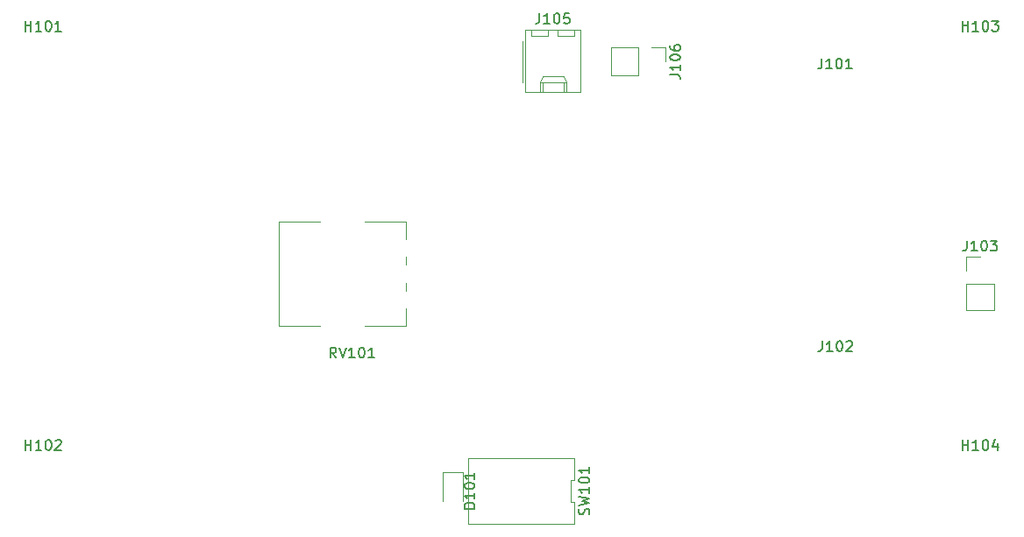
<source format=gbr>
G04 #@! TF.GenerationSoftware,KiCad,Pcbnew,(5.1.2-1)-1*
G04 #@! TF.CreationDate,2019-11-25T00:11:11+01:00*
G04 #@! TF.ProjectId,CCLoad,43434c6f-6164-42e6-9b69-6361645f7063,rev?*
G04 #@! TF.SameCoordinates,Original*
G04 #@! TF.FileFunction,Legend,Top*
G04 #@! TF.FilePolarity,Positive*
%FSLAX46Y46*%
G04 Gerber Fmt 4.6, Leading zero omitted, Abs format (unit mm)*
G04 Created by KiCad (PCBNEW (5.1.2-1)-1) date 2019-11-25 00:11:11*
%MOMM*%
%LPD*%
G04 APERTURE LIST*
%ADD10C,0.120000*%
%ADD11C,0.150000*%
G04 APERTURE END LIST*
D10*
X157640000Y-121490001D02*
X157640000Y-119390001D01*
X157280000Y-121490001D02*
X157640000Y-121490001D01*
X157280000Y-123590000D02*
X157280000Y-121490001D01*
X157640000Y-123590000D02*
X157280000Y-123590000D01*
X157640000Y-125690000D02*
X157640000Y-123590000D01*
X147440000Y-125689999D02*
X157640000Y-125690000D01*
X147440000Y-119390000D02*
X147440000Y-125689999D01*
X157640000Y-119390001D02*
X147440000Y-119390000D01*
X129120000Y-106581000D02*
X129120000Y-96540000D01*
X141360000Y-98190000D02*
X141360000Y-96540000D01*
X141360000Y-100689000D02*
X141360000Y-99930000D01*
X141360000Y-103189000D02*
X141360000Y-102430000D01*
X141360000Y-106581000D02*
X141360000Y-104931000D01*
X133056000Y-96540000D02*
X129120000Y-96540000D01*
X141360000Y-96540000D02*
X137423000Y-96540000D01*
X133056000Y-106581000D02*
X129120000Y-106581000D01*
X141360000Y-106581000D02*
X137423000Y-106581000D01*
X166430000Y-79696000D02*
X166430000Y-81026000D01*
X165100000Y-79696000D02*
X166430000Y-79696000D01*
X163830000Y-79696000D02*
X163830000Y-82356000D01*
X163830000Y-82356000D02*
X161230000Y-82356000D01*
X163830000Y-79696000D02*
X161230000Y-79696000D01*
X161230000Y-79696000D02*
X161230000Y-82356000D01*
X157645000Y-78596000D02*
X157645000Y-77996000D01*
X156045000Y-78596000D02*
X157645000Y-78596000D01*
X156045000Y-77996000D02*
X156045000Y-78596000D01*
X155105000Y-78596000D02*
X155105000Y-77996000D01*
X153505000Y-78596000D02*
X155105000Y-78596000D01*
X153505000Y-77996000D02*
X153505000Y-78596000D01*
X156595000Y-84016000D02*
X156595000Y-83016000D01*
X154555000Y-84016000D02*
X154555000Y-83016000D01*
X156595000Y-82486000D02*
X156845000Y-83016000D01*
X154555000Y-82486000D02*
X156595000Y-82486000D01*
X154305000Y-83016000D02*
X154555000Y-82486000D01*
X156845000Y-83016000D02*
X156845000Y-84016000D01*
X154305000Y-83016000D02*
X156845000Y-83016000D01*
X154305000Y-84016000D02*
X154305000Y-83016000D01*
X152635000Y-79026000D02*
X152635000Y-83026000D01*
X158225000Y-77996000D02*
X152925000Y-77996000D01*
X158225000Y-84016000D02*
X158225000Y-77996000D01*
X152925000Y-84016000D02*
X158225000Y-84016000D01*
X152925000Y-77996000D02*
X152925000Y-84016000D01*
X195520000Y-99889000D02*
X196850000Y-99889000D01*
X195520000Y-101219000D02*
X195520000Y-99889000D01*
X195520000Y-102489000D02*
X198180000Y-102489000D01*
X198180000Y-102489000D02*
X198180000Y-105089000D01*
X195520000Y-102489000D02*
X195520000Y-105089000D01*
X195520000Y-105089000D02*
X198180000Y-105089000D01*
X144963000Y-120695000D02*
X144963000Y-123555000D01*
X146883000Y-120695000D02*
X144963000Y-120695000D01*
X146883000Y-123555000D02*
X146883000Y-120695000D01*
D11*
X181594285Y-108037380D02*
X181594285Y-108751666D01*
X181546666Y-108894523D01*
X181451428Y-108989761D01*
X181308571Y-109037380D01*
X181213333Y-109037380D01*
X182594285Y-109037380D02*
X182022857Y-109037380D01*
X182308571Y-109037380D02*
X182308571Y-108037380D01*
X182213333Y-108180238D01*
X182118095Y-108275476D01*
X182022857Y-108323095D01*
X183213333Y-108037380D02*
X183308571Y-108037380D01*
X183403809Y-108085000D01*
X183451428Y-108132619D01*
X183499047Y-108227857D01*
X183546666Y-108418333D01*
X183546666Y-108656428D01*
X183499047Y-108846904D01*
X183451428Y-108942142D01*
X183403809Y-108989761D01*
X183308571Y-109037380D01*
X183213333Y-109037380D01*
X183118095Y-108989761D01*
X183070476Y-108942142D01*
X183022857Y-108846904D01*
X182975238Y-108656428D01*
X182975238Y-108418333D01*
X183022857Y-108227857D01*
X183070476Y-108132619D01*
X183118095Y-108085000D01*
X183213333Y-108037380D01*
X183927619Y-108132619D02*
X183975238Y-108085000D01*
X184070476Y-108037380D01*
X184308571Y-108037380D01*
X184403809Y-108085000D01*
X184451428Y-108132619D01*
X184499047Y-108227857D01*
X184499047Y-108323095D01*
X184451428Y-108465952D01*
X183880000Y-109037380D01*
X184499047Y-109037380D01*
X181554285Y-80732380D02*
X181554285Y-81446666D01*
X181506666Y-81589523D01*
X181411428Y-81684761D01*
X181268571Y-81732380D01*
X181173333Y-81732380D01*
X182554285Y-81732380D02*
X181982857Y-81732380D01*
X182268571Y-81732380D02*
X182268571Y-80732380D01*
X182173333Y-80875238D01*
X182078095Y-80970476D01*
X181982857Y-81018095D01*
X183173333Y-80732380D02*
X183268571Y-80732380D01*
X183363809Y-80780000D01*
X183411428Y-80827619D01*
X183459047Y-80922857D01*
X183506666Y-81113333D01*
X183506666Y-81351428D01*
X183459047Y-81541904D01*
X183411428Y-81637142D01*
X183363809Y-81684761D01*
X183268571Y-81732380D01*
X183173333Y-81732380D01*
X183078095Y-81684761D01*
X183030476Y-81637142D01*
X182982857Y-81541904D01*
X182935238Y-81351428D01*
X182935238Y-81113333D01*
X182982857Y-80922857D01*
X183030476Y-80827619D01*
X183078095Y-80780000D01*
X183173333Y-80732380D01*
X184459047Y-81732380D02*
X183887619Y-81732380D01*
X184173333Y-81732380D02*
X184173333Y-80732380D01*
X184078095Y-80875238D01*
X183982857Y-80970476D01*
X183887619Y-81018095D01*
X159044761Y-124825714D02*
X159092380Y-124682857D01*
X159092380Y-124444761D01*
X159044761Y-124349523D01*
X158997142Y-124301904D01*
X158901904Y-124254285D01*
X158806666Y-124254285D01*
X158711428Y-124301904D01*
X158663809Y-124349523D01*
X158616190Y-124444761D01*
X158568571Y-124635238D01*
X158520952Y-124730476D01*
X158473333Y-124778095D01*
X158378095Y-124825714D01*
X158282857Y-124825714D01*
X158187619Y-124778095D01*
X158140000Y-124730476D01*
X158092380Y-124635238D01*
X158092380Y-124397142D01*
X158140000Y-124254285D01*
X158092380Y-123920952D02*
X159092380Y-123682857D01*
X158378095Y-123492380D01*
X159092380Y-123301904D01*
X158092380Y-123063809D01*
X159092380Y-122159047D02*
X159092380Y-122730476D01*
X159092380Y-122444761D02*
X158092380Y-122444761D01*
X158235238Y-122540000D01*
X158330476Y-122635238D01*
X158378095Y-122730476D01*
X158092380Y-121540000D02*
X158092380Y-121444761D01*
X158140000Y-121349523D01*
X158187619Y-121301904D01*
X158282857Y-121254285D01*
X158473333Y-121206666D01*
X158711428Y-121206666D01*
X158901904Y-121254285D01*
X158997142Y-121301904D01*
X159044761Y-121349523D01*
X159092380Y-121444761D01*
X159092380Y-121540000D01*
X159044761Y-121635238D01*
X158997142Y-121682857D01*
X158901904Y-121730476D01*
X158711428Y-121778095D01*
X158473333Y-121778095D01*
X158282857Y-121730476D01*
X158187619Y-121682857D01*
X158140000Y-121635238D01*
X158092380Y-121540000D01*
X159092380Y-120254285D02*
X159092380Y-120825714D01*
X159092380Y-120540000D02*
X158092380Y-120540000D01*
X158235238Y-120635238D01*
X158330476Y-120730476D01*
X158378095Y-120825714D01*
X134642380Y-109662380D02*
X134309047Y-109186190D01*
X134070952Y-109662380D02*
X134070952Y-108662380D01*
X134451904Y-108662380D01*
X134547142Y-108710000D01*
X134594761Y-108757619D01*
X134642380Y-108852857D01*
X134642380Y-108995714D01*
X134594761Y-109090952D01*
X134547142Y-109138571D01*
X134451904Y-109186190D01*
X134070952Y-109186190D01*
X134928095Y-108662380D02*
X135261428Y-109662380D01*
X135594761Y-108662380D01*
X136451904Y-109662380D02*
X135880476Y-109662380D01*
X136166190Y-109662380D02*
X136166190Y-108662380D01*
X136070952Y-108805238D01*
X135975714Y-108900476D01*
X135880476Y-108948095D01*
X137070952Y-108662380D02*
X137166190Y-108662380D01*
X137261428Y-108710000D01*
X137309047Y-108757619D01*
X137356666Y-108852857D01*
X137404285Y-109043333D01*
X137404285Y-109281428D01*
X137356666Y-109471904D01*
X137309047Y-109567142D01*
X137261428Y-109614761D01*
X137166190Y-109662380D01*
X137070952Y-109662380D01*
X136975714Y-109614761D01*
X136928095Y-109567142D01*
X136880476Y-109471904D01*
X136832857Y-109281428D01*
X136832857Y-109043333D01*
X136880476Y-108852857D01*
X136928095Y-108757619D01*
X136975714Y-108710000D01*
X137070952Y-108662380D01*
X138356666Y-109662380D02*
X137785238Y-109662380D01*
X138070952Y-109662380D02*
X138070952Y-108662380D01*
X137975714Y-108805238D01*
X137880476Y-108900476D01*
X137785238Y-108948095D01*
X166882380Y-82311714D02*
X167596666Y-82311714D01*
X167739523Y-82359333D01*
X167834761Y-82454571D01*
X167882380Y-82597428D01*
X167882380Y-82692666D01*
X167882380Y-81311714D02*
X167882380Y-81883142D01*
X167882380Y-81597428D02*
X166882380Y-81597428D01*
X167025238Y-81692666D01*
X167120476Y-81787904D01*
X167168095Y-81883142D01*
X166882380Y-80692666D02*
X166882380Y-80597428D01*
X166930000Y-80502190D01*
X166977619Y-80454571D01*
X167072857Y-80406952D01*
X167263333Y-80359333D01*
X167501428Y-80359333D01*
X167691904Y-80406952D01*
X167787142Y-80454571D01*
X167834761Y-80502190D01*
X167882380Y-80597428D01*
X167882380Y-80692666D01*
X167834761Y-80787904D01*
X167787142Y-80835523D01*
X167691904Y-80883142D01*
X167501428Y-80930761D01*
X167263333Y-80930761D01*
X167072857Y-80883142D01*
X166977619Y-80835523D01*
X166930000Y-80787904D01*
X166882380Y-80692666D01*
X166882380Y-79502190D02*
X166882380Y-79692666D01*
X166930000Y-79787904D01*
X166977619Y-79835523D01*
X167120476Y-79930761D01*
X167310952Y-79978380D01*
X167691904Y-79978380D01*
X167787142Y-79930761D01*
X167834761Y-79883142D01*
X167882380Y-79787904D01*
X167882380Y-79597428D01*
X167834761Y-79502190D01*
X167787142Y-79454571D01*
X167691904Y-79406952D01*
X167453809Y-79406952D01*
X167358571Y-79454571D01*
X167310952Y-79502190D01*
X167263333Y-79597428D01*
X167263333Y-79787904D01*
X167310952Y-79883142D01*
X167358571Y-79930761D01*
X167453809Y-79978380D01*
X154289285Y-76358380D02*
X154289285Y-77072666D01*
X154241666Y-77215523D01*
X154146428Y-77310761D01*
X154003571Y-77358380D01*
X153908333Y-77358380D01*
X155289285Y-77358380D02*
X154717857Y-77358380D01*
X155003571Y-77358380D02*
X155003571Y-76358380D01*
X154908333Y-76501238D01*
X154813095Y-76596476D01*
X154717857Y-76644095D01*
X155908333Y-76358380D02*
X156003571Y-76358380D01*
X156098809Y-76406000D01*
X156146428Y-76453619D01*
X156194047Y-76548857D01*
X156241666Y-76739333D01*
X156241666Y-76977428D01*
X156194047Y-77167904D01*
X156146428Y-77263142D01*
X156098809Y-77310761D01*
X156003571Y-77358380D01*
X155908333Y-77358380D01*
X155813095Y-77310761D01*
X155765476Y-77263142D01*
X155717857Y-77167904D01*
X155670238Y-76977428D01*
X155670238Y-76739333D01*
X155717857Y-76548857D01*
X155765476Y-76453619D01*
X155813095Y-76406000D01*
X155908333Y-76358380D01*
X157146428Y-76358380D02*
X156670238Y-76358380D01*
X156622619Y-76834571D01*
X156670238Y-76786952D01*
X156765476Y-76739333D01*
X157003571Y-76739333D01*
X157098809Y-76786952D01*
X157146428Y-76834571D01*
X157194047Y-76929809D01*
X157194047Y-77167904D01*
X157146428Y-77263142D01*
X157098809Y-77310761D01*
X157003571Y-77358380D01*
X156765476Y-77358380D01*
X156670238Y-77310761D01*
X156622619Y-77263142D01*
X195564285Y-98341380D02*
X195564285Y-99055666D01*
X195516666Y-99198523D01*
X195421428Y-99293761D01*
X195278571Y-99341380D01*
X195183333Y-99341380D01*
X196564285Y-99341380D02*
X195992857Y-99341380D01*
X196278571Y-99341380D02*
X196278571Y-98341380D01*
X196183333Y-98484238D01*
X196088095Y-98579476D01*
X195992857Y-98627095D01*
X197183333Y-98341380D02*
X197278571Y-98341380D01*
X197373809Y-98389000D01*
X197421428Y-98436619D01*
X197469047Y-98531857D01*
X197516666Y-98722333D01*
X197516666Y-98960428D01*
X197469047Y-99150904D01*
X197421428Y-99246142D01*
X197373809Y-99293761D01*
X197278571Y-99341380D01*
X197183333Y-99341380D01*
X197088095Y-99293761D01*
X197040476Y-99246142D01*
X196992857Y-99150904D01*
X196945238Y-98960428D01*
X196945238Y-98722333D01*
X196992857Y-98531857D01*
X197040476Y-98436619D01*
X197088095Y-98389000D01*
X197183333Y-98341380D01*
X197850000Y-98341380D02*
X198469047Y-98341380D01*
X198135714Y-98722333D01*
X198278571Y-98722333D01*
X198373809Y-98769952D01*
X198421428Y-98817571D01*
X198469047Y-98912809D01*
X198469047Y-99150904D01*
X198421428Y-99246142D01*
X198373809Y-99293761D01*
X198278571Y-99341380D01*
X197992857Y-99341380D01*
X197897619Y-99293761D01*
X197850000Y-99246142D01*
X195115714Y-118592380D02*
X195115714Y-117592380D01*
X195115714Y-118068571D02*
X195687142Y-118068571D01*
X195687142Y-118592380D02*
X195687142Y-117592380D01*
X196687142Y-118592380D02*
X196115714Y-118592380D01*
X196401428Y-118592380D02*
X196401428Y-117592380D01*
X196306190Y-117735238D01*
X196210952Y-117830476D01*
X196115714Y-117878095D01*
X197306190Y-117592380D02*
X197401428Y-117592380D01*
X197496666Y-117640000D01*
X197544285Y-117687619D01*
X197591904Y-117782857D01*
X197639523Y-117973333D01*
X197639523Y-118211428D01*
X197591904Y-118401904D01*
X197544285Y-118497142D01*
X197496666Y-118544761D01*
X197401428Y-118592380D01*
X197306190Y-118592380D01*
X197210952Y-118544761D01*
X197163333Y-118497142D01*
X197115714Y-118401904D01*
X197068095Y-118211428D01*
X197068095Y-117973333D01*
X197115714Y-117782857D01*
X197163333Y-117687619D01*
X197210952Y-117640000D01*
X197306190Y-117592380D01*
X198496666Y-117925714D02*
X198496666Y-118592380D01*
X198258571Y-117544761D02*
X198020476Y-118259047D01*
X198639523Y-118259047D01*
X195115714Y-78092380D02*
X195115714Y-77092380D01*
X195115714Y-77568571D02*
X195687142Y-77568571D01*
X195687142Y-78092380D02*
X195687142Y-77092380D01*
X196687142Y-78092380D02*
X196115714Y-78092380D01*
X196401428Y-78092380D02*
X196401428Y-77092380D01*
X196306190Y-77235238D01*
X196210952Y-77330476D01*
X196115714Y-77378095D01*
X197306190Y-77092380D02*
X197401428Y-77092380D01*
X197496666Y-77140000D01*
X197544285Y-77187619D01*
X197591904Y-77282857D01*
X197639523Y-77473333D01*
X197639523Y-77711428D01*
X197591904Y-77901904D01*
X197544285Y-77997142D01*
X197496666Y-78044761D01*
X197401428Y-78092380D01*
X197306190Y-78092380D01*
X197210952Y-78044761D01*
X197163333Y-77997142D01*
X197115714Y-77901904D01*
X197068095Y-77711428D01*
X197068095Y-77473333D01*
X197115714Y-77282857D01*
X197163333Y-77187619D01*
X197210952Y-77140000D01*
X197306190Y-77092380D01*
X197972857Y-77092380D02*
X198591904Y-77092380D01*
X198258571Y-77473333D01*
X198401428Y-77473333D01*
X198496666Y-77520952D01*
X198544285Y-77568571D01*
X198591904Y-77663809D01*
X198591904Y-77901904D01*
X198544285Y-77997142D01*
X198496666Y-78044761D01*
X198401428Y-78092380D01*
X198115714Y-78092380D01*
X198020476Y-78044761D01*
X197972857Y-77997142D01*
X104615714Y-118592380D02*
X104615714Y-117592380D01*
X104615714Y-118068571D02*
X105187142Y-118068571D01*
X105187142Y-118592380D02*
X105187142Y-117592380D01*
X106187142Y-118592380D02*
X105615714Y-118592380D01*
X105901428Y-118592380D02*
X105901428Y-117592380D01*
X105806190Y-117735238D01*
X105710952Y-117830476D01*
X105615714Y-117878095D01*
X106806190Y-117592380D02*
X106901428Y-117592380D01*
X106996666Y-117640000D01*
X107044285Y-117687619D01*
X107091904Y-117782857D01*
X107139523Y-117973333D01*
X107139523Y-118211428D01*
X107091904Y-118401904D01*
X107044285Y-118497142D01*
X106996666Y-118544761D01*
X106901428Y-118592380D01*
X106806190Y-118592380D01*
X106710952Y-118544761D01*
X106663333Y-118497142D01*
X106615714Y-118401904D01*
X106568095Y-118211428D01*
X106568095Y-117973333D01*
X106615714Y-117782857D01*
X106663333Y-117687619D01*
X106710952Y-117640000D01*
X106806190Y-117592380D01*
X107520476Y-117687619D02*
X107568095Y-117640000D01*
X107663333Y-117592380D01*
X107901428Y-117592380D01*
X107996666Y-117640000D01*
X108044285Y-117687619D01*
X108091904Y-117782857D01*
X108091904Y-117878095D01*
X108044285Y-118020952D01*
X107472857Y-118592380D01*
X108091904Y-118592380D01*
X104615714Y-78092380D02*
X104615714Y-77092380D01*
X104615714Y-77568571D02*
X105187142Y-77568571D01*
X105187142Y-78092380D02*
X105187142Y-77092380D01*
X106187142Y-78092380D02*
X105615714Y-78092380D01*
X105901428Y-78092380D02*
X105901428Y-77092380D01*
X105806190Y-77235238D01*
X105710952Y-77330476D01*
X105615714Y-77378095D01*
X106806190Y-77092380D02*
X106901428Y-77092380D01*
X106996666Y-77140000D01*
X107044285Y-77187619D01*
X107091904Y-77282857D01*
X107139523Y-77473333D01*
X107139523Y-77711428D01*
X107091904Y-77901904D01*
X107044285Y-77997142D01*
X106996666Y-78044761D01*
X106901428Y-78092380D01*
X106806190Y-78092380D01*
X106710952Y-78044761D01*
X106663333Y-77997142D01*
X106615714Y-77901904D01*
X106568095Y-77711428D01*
X106568095Y-77473333D01*
X106615714Y-77282857D01*
X106663333Y-77187619D01*
X106710952Y-77140000D01*
X106806190Y-77092380D01*
X108091904Y-78092380D02*
X107520476Y-78092380D01*
X107806190Y-78092380D02*
X107806190Y-77092380D01*
X107710952Y-77235238D01*
X107615714Y-77330476D01*
X107520476Y-77378095D01*
X148025380Y-124245476D02*
X147025380Y-124245476D01*
X147025380Y-124007380D01*
X147073000Y-123864523D01*
X147168238Y-123769285D01*
X147263476Y-123721666D01*
X147453952Y-123674047D01*
X147596809Y-123674047D01*
X147787285Y-123721666D01*
X147882523Y-123769285D01*
X147977761Y-123864523D01*
X148025380Y-124007380D01*
X148025380Y-124245476D01*
X148025380Y-122721666D02*
X148025380Y-123293095D01*
X148025380Y-123007380D02*
X147025380Y-123007380D01*
X147168238Y-123102619D01*
X147263476Y-123197857D01*
X147311095Y-123293095D01*
X147025380Y-122102619D02*
X147025380Y-122007380D01*
X147073000Y-121912142D01*
X147120619Y-121864523D01*
X147215857Y-121816904D01*
X147406333Y-121769285D01*
X147644428Y-121769285D01*
X147834904Y-121816904D01*
X147930142Y-121864523D01*
X147977761Y-121912142D01*
X148025380Y-122007380D01*
X148025380Y-122102619D01*
X147977761Y-122197857D01*
X147930142Y-122245476D01*
X147834904Y-122293095D01*
X147644428Y-122340714D01*
X147406333Y-122340714D01*
X147215857Y-122293095D01*
X147120619Y-122245476D01*
X147073000Y-122197857D01*
X147025380Y-122102619D01*
X148025380Y-120816904D02*
X148025380Y-121388333D01*
X148025380Y-121102619D02*
X147025380Y-121102619D01*
X147168238Y-121197857D01*
X147263476Y-121293095D01*
X147311095Y-121388333D01*
M02*

</source>
